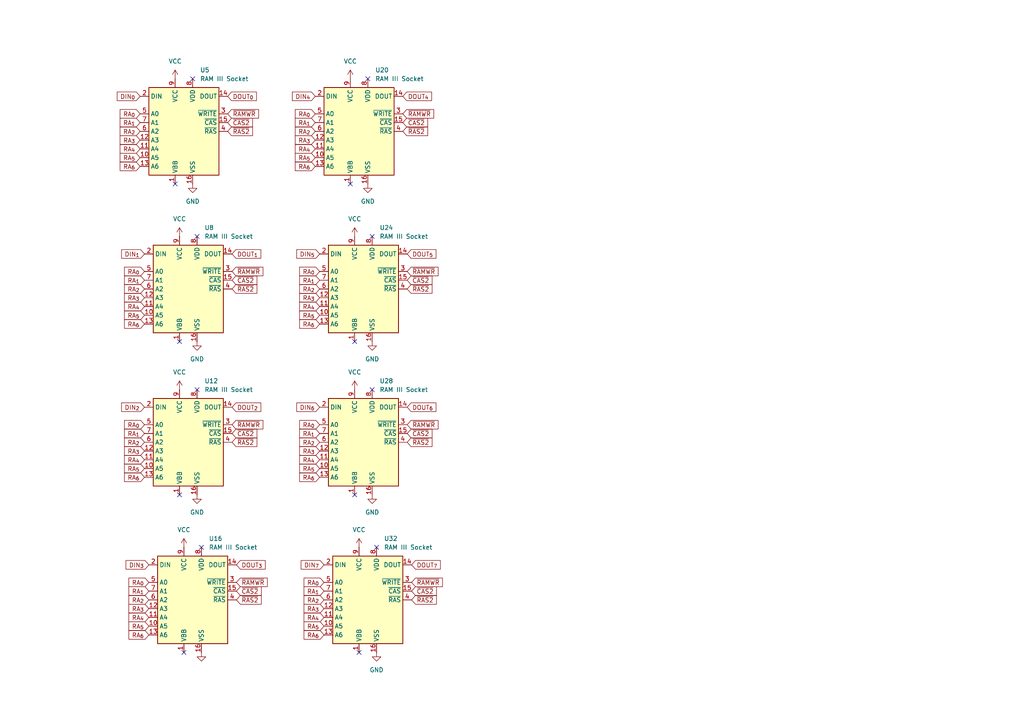
<source format=kicad_sch>
(kicad_sch (version 20250114) (generator "eeschema") (generator_version "9.0")
  (paper "A4")
  (title_block (title "Sharp MZ-80B RAM III RAM") (date "8/FEB/2026") (rev "A") (company "Brett Hallen") (comment 4 "Redrawn from Service Manual schematic"))
  (lib_symbols
    (symbol "Memory_RAM:MK4116N"
      (property "Reference" "U" (at -10.16 13.335 0))
      (property "Value" "MK4116N" (at 5.08 13.716 0))
      (symbol "MK4116N_0_0"
        (pin power_in line (at -2.54 15.24 270) (length 2.54) (name "VCC") (number "9"))
        (pin power_in line (at -2.54 -15.24 90) (length 2.54) (name "VBB") (number "1"))
        (pin power_in line (at 2.54 15.24 270) (length 2.54) (name "VDD") (number "8"))
        (pin power_in line (at 2.54 -15.24 90) (length 2.54) (name "VSS") (number "16"))
      )
      (symbol "MK4116N_0_1"
        (rectangle (start -10.16 12.7) (end 10.16 -12.7) (stroke (width 0.254)) (fill (type background)))
      )
      (symbol "MK4116N_1_1"
        (pin input line (at -12.7 10.16 0) (length 2.54) (name "DIN") (number "2"))
        (pin input line (at -12.7 5.08 0) (length 2.54) (name "A0") (number "5"))
        (pin input line (at -12.7 2.54 0) (length 2.54) (name "A1") (number "7"))
        (pin input line (at -12.7 0 0) (length 2.54) (name "A2") (number "6"))
        (pin input line (at -12.7 -2.54 0) (length 2.54) (name "A3") (number "12"))
        (pin input line (at -12.7 -5.08 0) (length 2.54) (name "A4") (number "11"))
        (pin input line (at -12.7 -7.62 0) (length 2.54) (name "A5") (number "10"))
        (pin input line (at -12.7 -10.16 0) (length 2.54) (name "A6") (number "13"))
        (pin tri_state line (at 12.7 10.16 180) (length 2.54) (name "DOUT") (number "14"))
        (pin input line (at 12.7 5.08 180) (length 2.54) (name "~{WRITE}") (number "3"))
        (pin input line (at 12.7 2.54 180) (length 2.54) (name "~{CAS}") (number "15"))
        (pin input line (at 12.7 0 180) (length 2.54) (name "~{RAS}") (number "4"))
      )
    )
    (symbol "power:GND" (power) (pin_numbers (hide yes)) (pin_names (offset 0) (hide yes))
      (property "Value" "GND" (at 0 -3.81 0))
      (symbol "GND_0_1"
        (polyline (pts (xy 0 0) (xy 0 -1.27) (xy 1.27 -1.27) (xy 0 -2.54) (xy -1.27 -1.27) (xy 0 -1.27)))
      )
      (symbol "GND_1_1"
        (pin power_in line (at 0 0 270) (length 0) (name "~") (number "1"))
      )
    )
    (symbol "power:VCC" (power) (pin_numbers (hide yes)) (pin_names (offset 0) (hide yes))
      (property "Value" "VCC" (at 0 3.556 0))
      (symbol "VCC_0_1"
        (polyline (pts (xy -0.762 1.27) (xy 0 2.54)))
        (polyline (pts (xy 0 2.54) (xy 0.762 1.27)))
        (polyline (pts (xy 0 0) (xy 0 2.54)))
      )
      (symbol "VCC_1_1"
        (pin power_in line (at 0 0 90) (length 0) (name "~") (number "1"))
      )
    )
  )
  (no_connect (at 52.07 143.51))
  (no_connect (at 101.6 53.34))
  (no_connect (at 109.22 158.75))
  (no_connect (at 57.15 113.03))
  (no_connect (at 107.95 68.58))
  (no_connect (at 107.95 113.03))
  (no_connect (at 58.42 158.75))
  (no_connect (at 57.15 68.58))
  (no_connect (at 53.34 189.23))
  (no_connect (at 55.88 22.86))
  (no_connect (at 50.8 53.34))
  (no_connect (at 102.87 99.06))
  (no_connect (at 52.07 99.06))
  (no_connect (at 102.87 143.51))
  (no_connect (at 106.68 22.86))
  (no_connect (at 104.14 189.23))
  (global_label "RA_{0}" (shape input) (at 92.71 78.74 180) (property "Intersheetrefs" "${INTERSHEET_REFS}" (effects (hide yes))))
  (global_label "DIN_{6}" (shape input) (at 92.71 118.11 180) (property "Intersheetrefs" "${INTERSHEET_REFS}" (effects (hide yes))))
  (global_label "RA_{3}" (shape input) (at 41.91 130.81 180) (property "Intersheetrefs" "${INTERSHEET_REFS}" (effects (hide yes))))
  (global_label "~{CAS2}" (shape input) (at 118.11 81.28 0) (property "Intersheetrefs" "${INTERSHEET_REFS}" (effects (hide yes))))
  (global_label "RA_{1}" (shape input) (at 92.71 81.28 180) (property "Intersheetrefs" "${INTERSHEET_REFS}" (effects (hide yes))))
  (global_label "RA_{6}" (shape input) (at 40.64 48.26 180) (property "Intersheetrefs" "${INTERSHEET_REFS}" (effects (hide yes))))
  (global_label "DIN_{3}" (shape input) (at 43.18 163.83 180) (property "Intersheetrefs" "${INTERSHEET_REFS}" (effects (hide yes))))
  (global_label "RA_{2}" (shape input) (at 41.91 83.82 180) (property "Intersheetrefs" "${INTERSHEET_REFS}" (effects (hide yes))))
  (global_label "~{RAMWR}" (shape input) (at 116.84 33.02 0) (property "Intersheetrefs" "${INTERSHEET_REFS}" (effects (hide yes))))
  (global_label "~{RAS2}" (shape input) (at 67.31 83.82 0) (property "Intersheetrefs" "${INTERSHEET_REFS}" (effects (hide yes))))
  (global_label "DOUT_{5}" (shape input) (at 118.11 73.66 0) (property "Intersheetrefs" "${INTERSHEET_REFS}" (effects (hide yes))))
  (global_label "DOUT_{4}" (shape input) (at 116.84 27.94 0) (property "Intersheetrefs" "${INTERSHEET_REFS}" (effects (hide yes))))
  (global_label "~{RAMWR}" (shape input) (at 67.31 78.74 0) (property "Intersheetrefs" "${INTERSHEET_REFS}" (effects (hide yes))))
  (global_label "RA_{2}" (shape input) (at 93.98 173.99 180) (property "Intersheetrefs" "${INTERSHEET_REFS}" (effects (hide yes))))
  (global_label "RA_{5}" (shape input) (at 41.91 135.89 180) (property "Intersheetrefs" "${INTERSHEET_REFS}" (effects (hide yes))))
  (global_label "~{RAS2}" (shape input) (at 68.58 173.99 0) (property "Intersheetrefs" "${INTERSHEET_REFS}" (effects (hide yes))))
  (global_label "RA_{0}" (shape input) (at 92.71 123.19 180) (property "Intersheetrefs" "${INTERSHEET_REFS}" (effects (hide yes))))
  (global_label "DOUT_{1}" (shape input) (at 67.31 73.66 0) (property "Intersheetrefs" "${INTERSHEET_REFS}" (effects (hide yes))))
  (global_label "RA_{0}" (shape input) (at 43.18 168.91 180) (property "Intersheetrefs" "${INTERSHEET_REFS}" (effects (hide yes))))
  (global_label "RA_{0}" (shape input) (at 41.91 78.74 180) (property "Intersheetrefs" "${INTERSHEET_REFS}" (effects (hide yes))))
  (global_label "RA_{5}" (shape input) (at 41.91 91.44 180) (property "Intersheetrefs" "${INTERSHEET_REFS}" (effects (hide yes))))
  (global_label "RA_{1}" (shape input) (at 91.44 35.56 180) (property "Intersheetrefs" "${INTERSHEET_REFS}" (effects (hide yes))))
  (global_label "RA_{4}" (shape input) (at 40.64 43.18 180) (property "Intersheetrefs" "${INTERSHEET_REFS}" (effects (hide yes))))
  (global_label "~{RAMWR}" (shape input) (at 68.58 168.91 0) (property "Intersheetrefs" "${INTERSHEET_REFS}" (effects (hide yes))))
  (global_label "RA_{0}" (shape input) (at 93.98 168.91 180) (property "Intersheetrefs" "${INTERSHEET_REFS}" (effects (hide yes))))
  (global_label "RA_{1}" (shape input) (at 43.18 171.45 180) (property "Intersheetrefs" "${INTERSHEET_REFS}" (effects (hide yes))))
  (global_label "~{RAMWR}" (shape input) (at 118.11 78.74 0) (property "Intersheetrefs" "${INTERSHEET_REFS}" (effects (hide yes))))
  (global_label "~{CAS2}" (shape input) (at 119.38 171.45 0) (property "Intersheetrefs" "${INTERSHEET_REFS}" (effects (hide yes))))
  (global_label "DIN_{2}" (shape input) (at 41.91 118.11 180) (property "Intersheetrefs" "${INTERSHEET_REFS}" (effects (hide yes))))
  (global_label "RA_{4}" (shape input) (at 91.44 43.18 180) (property "Intersheetrefs" "${INTERSHEET_REFS}" (effects (hide yes))))
  (global_label "~{RAS2}" (shape input) (at 66.04 38.1 0) (property "Intersheetrefs" "${INTERSHEET_REFS}" (effects (hide yes))))
  (global_label "RA_{1}" (shape input) (at 92.71 125.73 180) (property "Intersheetrefs" "${INTERSHEET_REFS}" (effects (hide yes))))
  (global_label "RA_{6}" (shape input) (at 43.18 184.15 180) (property "Intersheetrefs" "${INTERSHEET_REFS}" (effects (hide yes))))
  (global_label "RA_{2}" (shape input) (at 40.64 38.1 180) (property "Intersheetrefs" "${INTERSHEET_REFS}" (effects (hide yes))))
  (global_label "~{RAMWR}" (shape input) (at 118.11 123.19 0) (property "Intersheetrefs" "${INTERSHEET_REFS}" (effects (hide yes))))
  (global_label "RA_{5}" (shape input) (at 93.98 181.61 180) (property "Intersheetrefs" "${INTERSHEET_REFS}" (effects (hide yes))))
  (global_label "RA_{1}" (shape input) (at 93.98 171.45 180) (property "Intersheetrefs" "${INTERSHEET_REFS}" (effects (hide yes))))
  (global_label "RA_{6}" (shape input) (at 91.44 48.26 180) (property "Intersheetrefs" "${INTERSHEET_REFS}" (effects (hide yes))))
  (global_label "RA_{3}" (shape input) (at 92.71 130.81 180) (property "Intersheetrefs" "${INTERSHEET_REFS}" (effects (hide yes))))
  (global_label "RA_{5}" (shape input) (at 92.71 135.89 180) (property "Intersheetrefs" "${INTERSHEET_REFS}" (effects (hide yes))))
  (global_label "~{RAS2}" (shape input) (at 118.11 128.27 0) (property "Intersheetrefs" "${INTERSHEET_REFS}" (effects (hide yes))))
  (global_label "DIN_{7}" (shape input) (at 93.98 163.83 180) (property "Intersheetrefs" "${INTERSHEET_REFS}" (effects (hide yes))))
  (global_label "DOUT_{2}" (shape input) (at 67.31 118.11 0) (property "Intersheetrefs" "${INTERSHEET_REFS}" (effects (hide yes))))
  (global_label "DOUT_{0}" (shape input) (at 66.04 27.94 0) (property "Intersheetrefs" "${INTERSHEET_REFS}" (effects (hide yes))))
  (global_label "RA_{2}" (shape input) (at 91.44 38.1 180) (property "Intersheetrefs" "${INTERSHEET_REFS}" (effects (hide yes))))
  (global_label "~{CAS2}" (shape input) (at 66.04 35.56 0) (property "Intersheetrefs" "${INTERSHEET_REFS}" (effects (hide yes))))
  (global_label "RA_{2}" (shape input) (at 92.71 128.27 180) (property "Intersheetrefs" "${INTERSHEET_REFS}" (effects (hide yes))))
  (global_label "~{CAS2}" (shape input) (at 67.31 125.73 0) (property "Intersheetrefs" "${INTERSHEET_REFS}" (effects (hide yes))))
  (global_label "~{RAMWR}" (shape input) (at 67.31 123.19 0) (property "Intersheetrefs" "${INTERSHEET_REFS}" (effects (hide yes))))
  (global_label "RA_{5}" (shape input) (at 43.18 181.61 180) (property "Intersheetrefs" "${INTERSHEET_REFS}" (effects (hide yes))))
  (global_label "~{RAS2}" (shape input) (at 116.84 38.1 0) (property "Intersheetrefs" "${INTERSHEET_REFS}" (effects (hide yes))))
  (global_label "RA_{4}" (shape input) (at 93.98 179.07 180) (property "Intersheetrefs" "${INTERSHEET_REFS}" (effects (hide yes))))
  (global_label "RA_{0}" (shape input) (at 91.44 33.02 180) (property "Intersheetrefs" "${INTERSHEET_REFS}" (effects (hide yes))))
  (global_label "DOUT_{3}" (shape input) (at 68.58 163.83 0) (property "Intersheetrefs" "${INTERSHEET_REFS}" (effects (hide yes))))
  (global_label "RA_{1}" (shape input) (at 41.91 125.73 180) (property "Intersheetrefs" "${INTERSHEET_REFS}" (effects (hide yes))))
  (global_label "RA_{4}" (shape input) (at 92.71 133.35 180) (property "Intersheetrefs" "${INTERSHEET_REFS}" (effects (hide yes))))
  (global_label "~{RAS2}" (shape input) (at 119.38 173.99 0) (property "Intersheetrefs" "${INTERSHEET_REFS}" (effects (hide yes))))
  (global_label "RA_{4}" (shape input) (at 41.91 133.35 180) (property "Intersheetrefs" "${INTERSHEET_REFS}" (effects (hide yes))))
  (global_label "RA_{3}" (shape input) (at 43.18 176.53 180) (property "Intersheetrefs" "${INTERSHEET_REFS}" (effects (hide yes))))
  (global_label "RA_{3}" (shape input) (at 92.71 86.36 180) (property "Intersheetrefs" "${INTERSHEET_REFS}" (effects (hide yes))))
  (global_label "~{CAS2}" (shape input) (at 67.31 81.28 0) (property "Intersheetrefs" "${INTERSHEET_REFS}" (effects (hide yes))))
  (global_label "RA_{5}" (shape input) (at 92.71 91.44 180) (property "Intersheetrefs" "${INTERSHEET_REFS}" (effects (hide yes))))
  (global_label "RA_{4}" (shape input) (at 43.18 179.07 180) (property "Intersheetrefs" "${INTERSHEET_REFS}" (effects (hide yes))))
  (global_label "RA_{4}" (shape input) (at 92.71 88.9 180) (property "Intersheetrefs" "${INTERSHEET_REFS}" (effects (hide yes))))
  (global_label "RA_{2}" (shape input) (at 92.71 83.82 180) (property "Intersheetrefs" "${INTERSHEET_REFS}" (effects (hide yes))))
  (global_label "RA_{1}" (shape input) (at 40.64 35.56 180) (property "Intersheetrefs" "${INTERSHEET_REFS}" (effects (hide yes))))
  (global_label "~{RAS2}" (shape input) (at 118.11 83.82 0) (property "Intersheetrefs" "${INTERSHEET_REFS}" (effects (hide yes))))
  (global_label "RA_{3}" (shape input) (at 40.64 40.64 180) (property "Intersheetrefs" "${INTERSHEET_REFS}" (effects (hide yes))))
  (global_label "DIN_{1}" (shape input) (at 41.91 73.66 180) (property "Intersheetrefs" "${INTERSHEET_REFS}" (effects (hide yes))))
  (global_label "RA_{3}" (shape input) (at 93.98 176.53 180) (property "Intersheetrefs" "${INTERSHEET_REFS}" (effects (hide yes))))
  (global_label "RA_{0}" (shape input) (at 41.91 123.19 180) (property "Intersheetrefs" "${INTERSHEET_REFS}" (effects (hide yes))))
  (global_label "DOUT_{6}" (shape input) (at 118.11 118.11 0) (property "Intersheetrefs" "${INTERSHEET_REFS}" (effects (hide yes))))
  (global_label "RA_{6}" (shape input) (at 92.71 138.43 180) (property "Intersheetrefs" "${INTERSHEET_REFS}" (effects (hide yes))))
  (global_label "~{CAS2}" (shape input) (at 68.58 171.45 0) (property "Intersheetrefs" "${INTERSHEET_REFS}" (effects (hide yes))))
  (global_label "RA_{0}" (shape input) (at 40.64 33.02 180) (property "Intersheetrefs" "${INTERSHEET_REFS}" (effects (hide yes))))
  (global_label "RA_{6}" (shape input) (at 41.91 138.43 180) (property "Intersheetrefs" "${INTERSHEET_REFS}" (effects (hide yes))))
  (global_label "RA_{6}" (shape input) (at 93.98 184.15 180) (property "Intersheetrefs" "${INTERSHEET_REFS}" (effects (hide yes))))
  (global_label "DIN_{0}" (shape input) (at 40.64 27.94 180) (property "Intersheetrefs" "${INTERSHEET_REFS}" (effects (hide yes))))
  (global_label "RA_{6}" (shape input) (at 41.91 93.98 180) (property "Intersheetrefs" "${INTERSHEET_REFS}" (effects (hide yes))))
  (global_label "DIN_{5}" (shape input) (at 92.71 73.66 180) (property "Intersheetrefs" "${INTERSHEET_REFS}" (effects (hide yes))))
  (global_label "RA_{3}" (shape input) (at 41.91 86.36 180) (property "Intersheetrefs" "${INTERSHEET_REFS}" (effects (hide yes))))
  (global_label "RA_{3}" (shape input) (at 91.44 40.64 180) (property "Intersheetrefs" "${INTERSHEET_REFS}" (effects (hide yes))))
  (global_label "RA_{1}" (shape input) (at 41.91 81.28 180) (property "Intersheetrefs" "${INTERSHEET_REFS}" (effects (hide yes))))
  (global_label "~{RAMWR}" (shape input) (at 66.04 33.02 0) (property "Intersheetrefs" "${INTERSHEET_REFS}" (effects (hide yes))))
  (global_label "~{RAMWR}" (shape input) (at 119.38 168.91 0) (property "Intersheetrefs" "${INTERSHEET_REFS}" (effects (hide yes))))
  (global_label "~{CAS2}" (shape input) (at 118.11 125.73 0) (property "Intersheetrefs" "${INTERSHEET_REFS}" (effects (hide yes))))
  (global_label "~{RAS2}" (shape input) (at 67.31 128.27 0) (property "Intersheetrefs" "${INTERSHEET_REFS}" (effects (hide yes))))
  (global_label "RA_{2}" (shape input) (at 43.18 173.99 180) (property "Intersheetrefs" "${INTERSHEET_REFS}" (effects (hide yes))))
  (global_label "RA_{6}" (shape input) (at 92.71 93.98 180) (property "Intersheetrefs" "${INTERSHEET_REFS}" (effects (hide yes))))
  (global_label "~{CAS2}" (shape input) (at 116.84 35.56 0) (property "Intersheetrefs" "${INTERSHEET_REFS}" (effects (hide yes))))
  (global_label "RA_{2}" (shape input) (at 41.91 128.27 180) (property "Intersheetrefs" "${INTERSHEET_REFS}" (effects (hide yes))))
  (global_label "RA_{5}" (shape input) (at 40.64 45.72 180) (property "Intersheetrefs" "${INTERSHEET_REFS}" (effects (hide yes))))
  (global_label "RA_{4}" (shape input) (at 41.91 88.9 180) (property "Intersheetrefs" "${INTERSHEET_REFS}" (effects (hide yes))))
  (global_label "RA_{5}" (shape input) (at 91.44 45.72 180) (property "Intersheetrefs" "${INTERSHEET_REFS}" (effects (hide yes))))
  (global_label "DIN_{4}" (shape input) (at 91.44 27.94 180) (property "Intersheetrefs" "${INTERSHEET_REFS}" (effects (hide yes))))
  (global_label "DOUT_{7}" (shape input) (at 119.38 163.83 0) (property "Intersheetrefs" "${INTERSHEET_REFS}" (effects (hide yes))))
  (symbol (lib_id "Memory_RAM:MK4116N") (at 55.88 173.99 0) (unit 1)
    (property "Reference" "U16" (at 60.5633 156.21 0) (effects (justify left)))
    (property "Value" "RAM III Socket" (at 60.5633 158.75 0) (effects (justify left)))
    (property "Footprint" "Package_DIP:DIP-16_W7.62mm" (effects (hide yes)))
    (property "Datasheet" "https://deramp.com/downloads/mfe_archive/050-Component%20Specifications/Mostek/1980_Mostek_Memory_Data_Book_and_Designers_Guide.pdf#page=98" (effects (hide yes)))
    (property "Description" "16384 x 1 bit Dynamic RAM, 150/200/250ns access time, VBB -5V, VCC 5V, VDD 12V, ±10% tolerance on all power supplies, TTL compatible inputs, DIP-16 (Epoxy/Plastic package)" (effects (hide yes)))
  )
  (symbol (lib_id "power:VCC") (at 53.34 158.75 0) (unit 1)
    (property "Reference" "#PWR032" (effects (hide yes)))
    (property "Value" "VCC" (at 53.34 153.67 0))
    (property "Description" "Power symbol creates a global label with name \"VCC\"" (effects (hide yes)))
  )
  (symbol (lib_id "Memory_RAM:MK4116N") (at 54.61 128.27 0) (unit 1)
    (property "Reference" "U12" (at 59.2933 110.49 0) (effects (justify left)))
    (property "Value" "RAM III Socket" (at 59.2933 113.03 0) (effects (justify left)))
    (property "Footprint" "Package_DIP:DIP-16_W7.62mm" (effects (hide yes)))
    (property "Datasheet" "https://deramp.com/downloads/mfe_archive/050-Component%20Specifications/Mostek/1980_Mostek_Memory_Data_Book_and_Designers_Guide.pdf#page=98" (effects (hide yes)))
    (property "Description" "16384 x 1 bit Dynamic RAM, 150/200/250ns access time, VBB -5V, VCC 5V, VDD 12V, ±10% tolerance on all power supplies, TTL compatible inputs, DIP-16 (Epoxy/Plastic package)" (effects (hide yes)))
  )
  (symbol (lib_id "Memory_RAM:MK4116N") (at 54.61 83.82 0) (unit 1)
    (property "Reference" "U8" (at 59.2933 66.04 0) (effects (justify left)))
    (property "Value" "RAM III Socket" (at 59.2933 68.58 0) (effects (justify left)))
    (property "Footprint" "Package_DIP:DIP-16_W7.62mm" (effects (hide yes)))
    (property "Datasheet" "https://deramp.com/downloads/mfe_archive/050-Component%20Specifications/Mostek/1980_Mostek_Memory_Data_Book_and_Designers_Guide.pdf#page=98" (effects (hide yes)))
    (property "Description" "16384 x 1 bit Dynamic RAM, 150/200/250ns access time, VBB -5V, VCC 5V, VDD 12V, ±10% tolerance on all power supplies, TTL compatible inputs, DIP-16 (Epoxy/Plastic package)" (effects (hide yes)))
  )
  (symbol (lib_id "power:VCC") (at 102.87 68.58 0) (unit 1)
    (property "Reference" "#PWR048" (effects (hide yes)))
    (property "Value" "VCC" (at 102.87 63.5 0))
    (property "Description" "Power symbol creates a global label with name \"VCC\"" (effects (hide yes)))
  )
  (symbol (lib_id "power:VCC") (at 102.87 113.03 0) (unit 1)
    (property "Reference" "#PWR056" (effects (hide yes)))
    (property "Value" "VCC" (at 102.87 107.95 0))
    (property "Description" "Power symbol creates a global label with name \"VCC\"" (effects (hide yes)))
  )
  (symbol (lib_id "Memory_RAM:MK4116N") (at 105.41 83.82 0) (unit 1)
    (property "Reference" "U24" (at 110.0933 66.04 0) (effects (justify left)))
    (property "Value" "RAM III Socket" (at 110.0933 68.58 0) (effects (justify left)))
    (property "Footprint" "Package_DIP:DIP-16_W7.62mm" (effects (hide yes)))
    (property "Datasheet" "https://deramp.com/downloads/mfe_archive/050-Component%20Specifications/Mostek/1980_Mostek_Memory_Data_Book_and_Designers_Guide.pdf#page=98" (effects (hide yes)))
    (property "Description" "16384 x 1 bit Dynamic RAM, 150/200/250ns access time, VBB -5V, VCC 5V, VDD 12V, ±10% tolerance on all power supplies, TTL compatible inputs, DIP-16 (Epoxy/Plastic package)" (effects (hide yes)))
  )
  (symbol (lib_id "power:GND") (at 58.42 189.23 0) (unit 1)
    (property "Reference" "#PWR036" (effects (hide yes)))
    (property "Value" "GND" (effects (hide yes)))
    (property "Description" "Power symbol creates a global label with name \"GND\" , ground" (effects (hide yes)))
  )
  (symbol (lib_id "power:VCC") (at 104.14 158.75 0) (unit 1)
    (property "Reference" "#PWR064" (effects (hide yes)))
    (property "Value" "VCC" (at 104.14 153.67 0))
    (property "Description" "Power symbol creates a global label with name \"VCC\"" (effects (hide yes)))
  )
  (symbol (lib_id "power:GND") (at 106.68 53.34 0) (unit 1)
    (property "Reference" "#PWR044" (effects (hide yes)))
    (property "Value" "GND" (at 106.68 58.42 0))
    (property "Description" "Power symbol creates a global label with name \"GND\" , ground" (effects (hide yes)))
  )
  (symbol (lib_id "Memory_RAM:MK4116N") (at 105.41 128.27 0) (unit 1)
    (property "Reference" "U28" (at 110.0933 110.49 0) (effects (justify left)))
    (property "Value" "RAM III Socket" (at 110.0933 113.03 0) (effects (justify left)))
    (property "Footprint" "Package_DIP:DIP-16_W7.62mm" (effects (hide yes)))
    (property "Datasheet" "https://deramp.com/downloads/mfe_archive/050-Component%20Specifications/Mostek/1980_Mostek_Memory_Data_Book_and_Designers_Guide.pdf#page=98" (effects (hide yes)))
    (property "Description" "16384 x 1 bit Dynamic RAM, 150/200/250ns access time, VBB -5V, VCC 5V, VDD 12V, ±10% tolerance on all power supplies, TTL compatible inputs, DIP-16 (Epoxy/Plastic package)" (effects (hide yes)))
  )
  (symbol (lib_id "power:VCC") (at 52.07 68.58 0) (unit 1)
    (property "Reference" "#PWR016" (effects (hide yes)))
    (property "Value" "VCC" (at 52.07 63.5 0))
    (property "Description" "Power symbol creates a global label with name \"VCC\"" (effects (hide yes)))
  )
  (symbol (lib_id "power:VCC") (at 101.6 22.86 0) (unit 1)
    (property "Reference" "#PWR040" (effects (hide yes)))
    (property "Value" "VCC" (at 101.6 17.78 0))
    (property "Description" "Power symbol creates a global label with name \"VCC\"" (effects (hide yes)))
  )
  (symbol (lib_id "power:GND") (at 109.22 189.23 0) (unit 1)
    (property "Reference" "#PWR068" (effects (hide yes)))
    (property "Value" "GND" (at 109.22 194.31 0))
    (property "Description" "Power symbol creates a global label with name \"GND\" , ground" (effects (hide yes)))
  )
  (symbol (lib_id "power:GND") (at 55.88 53.34 0) (unit 1)
    (property "Reference" "#PWR012" (effects (hide yes)))
    (property "Value" "GND" (at 55.88 58.42 0))
    (property "Description" "Power symbol creates a global label with name \"GND\" , ground" (effects (hide yes)))
  )
  (symbol (lib_id "power:VCC") (at 52.07 113.03 0) (unit 1)
    (property "Reference" "#PWR024" (effects (hide yes)))
    (property "Value" "VCC" (at 52.07 107.95 0))
    (property "Description" "Power symbol creates a global label with name \"VCC\"" (effects (hide yes)))
  )
  (symbol (lib_id "power:GND") (at 57.15 99.06 0) (unit 1)
    (property "Reference" "#PWR020" (effects (hide yes)))
    (property "Value" "GND" (at 57.15 104.14 0))
    (property "Description" "Power symbol creates a global label with name \"GND\" , ground" (effects (hide yes)))
  )
  (symbol (lib_id "power:GND") (at 57.15 143.51 0) (unit 1)
    (property "Reference" "#PWR028" (effects (hide yes)))
    (property "Value" "GND" (at 57.15 148.59 0))
    (property "Description" "Power symbol creates a global label with name \"GND\" , ground" (effects (hide yes)))
  )
  (symbol (lib_id "Memory_RAM:MK4116N") (at 104.14 38.1 0) (unit 1)
    (property "Reference" "U20" (at 108.8233 20.32 0) (effects (justify left)))
    (property "Value" "RAM III Socket" (at 108.8233 22.86 0) (effects (justify left)))
    (property "Footprint" "Package_DIP:DIP-16_W7.62mm" (effects (hide yes)))
    (property "Datasheet" "https://deramp.com/downloads/mfe_archive/050-Component%20Specifications/Mostek/1980_Mostek_Memory_Data_Book_and_Designers_Guide.pdf#page=98" (effects (hide yes)))
    (property "Description" "16384 x 1 bit Dynamic RAM, 150/200/250ns access time, VBB -5V, VCC 5V, VDD 12V, ±10% tolerance on all power supplies, TTL compatible inputs, DIP-16 (Epoxy/Plastic package)" (effects (hide yes)))
  )
  (symbol (lib_id "power:GND") (at 107.95 143.51 0) (unit 1)
    (property "Reference" "#PWR060" (effects (hide yes)))
    (property "Value" "GND" (at 107.95 148.59 0))
    (property "Description" "Power symbol creates a global label with name \"GND\" , ground" (effects (hide yes)))
  )
  (symbol (lib_id "Memory_RAM:MK4116N") (at 106.68 173.99 0) (unit 1)
    (property "Reference" "U32" (at 111.3633 156.21 0) (effects (justify left)))
    (property "Value" "RAM III Socket" (at 111.3633 158.75 0) (effects (justify left)))
    (property "Footprint" "Package_DIP:DIP-16_W7.62mm" (effects (hide yes)))
    (property "Datasheet" "https://deramp.com/downloads/mfe_archive/050-Component%20Specifications/Mostek/1980_Mostek_Memory_Data_Book_and_Designers_Guide.pdf#page=98" (effects (hide yes)))
    (property "Description" "16384 x 1 bit Dynamic RAM, 150/200/250ns access time, VBB -5V, VCC 5V, VDD 12V, ±10% tolerance on all power supplies, TTL compatible inputs, DIP-16 (Epoxy/Plastic package)" (effects (hide yes)))
  )
  (symbol (lib_id "power:GND") (at 107.95 99.06 0) (unit 1)
    (property "Reference" "#PWR052" (effects (hide yes)))
    (property "Value" "GND" (at 107.95 104.14 0))
    (property "Description" "Power symbol creates a global label with name \"GND\" , ground" (effects (hide yes)))
  )
  (symbol (lib_id "power:VCC") (at 50.8 22.86 0) (unit 1)
    (property "Reference" "#PWR011" (effects (hide yes)))
    (property "Value" "VCC" (at 50.8 17.78 0))
    (property "Description" "Power symbol creates a global label with name \"VCC\"" (effects (hide yes)))
  )
  (symbol (lib_id "Memory_RAM:MK4116N") (at 53.34 38.1 0) (unit 1)
    (property "Reference" "U5" (at 58.0233 20.32 0) (effects (justify left)))
    (property "Value" "RAM III Socket" (at 58.0233 22.86 0) (effects (justify left)))
    (property "Footprint" "Package_DIP:DIP-16_W7.62mm" (effects (hide yes)))
    (property "Datasheet" "https://deramp.com/downloads/mfe_archive/050-Component%20Specifications/Mostek/1980_Mostek_Memory_Data_Book_and_Designers_Guide.pdf#page=98" (effects (hide yes)))
    (property "Description" "16384 x 1 bit Dynamic RAM, 150/200/250ns access time, VBB -5V, VCC 5V, VDD 12V, ±10% tolerance on all power supplies, TTL compatible inputs, DIP-16 (Epoxy/Plastic package)" (effects (hide yes)))
  )
)
</source>
